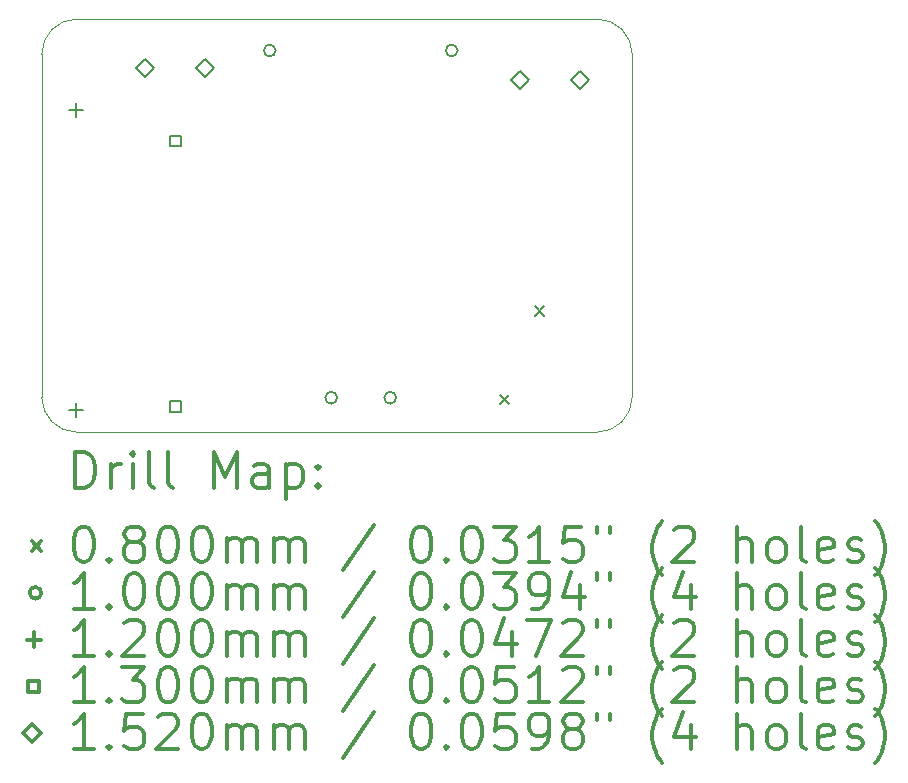
<source format=gbr>
%FSLAX45Y45*%
G04 Gerber Fmt 4.5, Leading zero omitted, Abs format (unit mm)*
G04 Created by KiCad (PCBNEW 5.1.12-84ad8e8a86~92~ubuntu20.04.1) date 2022-01-09 16:37:45*
%MOMM*%
%LPD*%
G01*
G04 APERTURE LIST*
%TA.AperFunction,Profile*%
%ADD10C,0.050000*%
%TD*%
%ADD11C,0.200000*%
%ADD12C,0.300000*%
G04 APERTURE END LIST*
D10*
X13348700Y-5453500D02*
G75*
G02*
X13648700Y-5753500I0J-300000D01*
G01*
X13648700Y-8653500D02*
G75*
G02*
X13348700Y-8953500I-300000J0D01*
G01*
X8648700Y-5753500D02*
G75*
G02*
X8948700Y-5453500I300000J0D01*
G01*
X8948700Y-8953500D02*
G75*
G02*
X8648700Y-8653500I0J300000D01*
G01*
X8948700Y-5453500D02*
X13348700Y-5453500D01*
X8648700Y-8653500D02*
X8648700Y-5753500D01*
X13648700Y-8653500D02*
X13648700Y-5753500D01*
X8948700Y-8953500D02*
X13348700Y-8953500D01*
D11*
X12525100Y-8634800D02*
X12605100Y-8714800D01*
X12605100Y-8634800D02*
X12525100Y-8714800D01*
X12825100Y-7884800D02*
X12905100Y-7964800D01*
X12905100Y-7884800D02*
X12825100Y-7964800D01*
X10629800Y-5721400D02*
G75*
G03*
X10629800Y-5721400I-50000J0D01*
G01*
X11149800Y-8661400D02*
G75*
G03*
X11149800Y-8661400I-50000J0D01*
G01*
X11649800Y-8661400D02*
G75*
G03*
X11649800Y-8661400I-50000J0D01*
G01*
X12169800Y-5721400D02*
G75*
G03*
X12169800Y-5721400I-50000J0D01*
G01*
X8940800Y-6163000D02*
X8940800Y-6283000D01*
X8880800Y-6223000D02*
X9000800Y-6223000D01*
X8940800Y-8703000D02*
X8940800Y-8823000D01*
X8880800Y-8763000D02*
X9000800Y-8763000D01*
X9824962Y-6533562D02*
X9824962Y-6441638D01*
X9733038Y-6441638D01*
X9733038Y-6533562D01*
X9824962Y-6533562D01*
X9824962Y-8783562D02*
X9824962Y-8691638D01*
X9733038Y-8691638D01*
X9733038Y-8783562D01*
X9824962Y-8783562D01*
X9525000Y-5943400D02*
X9601000Y-5867400D01*
X9525000Y-5791400D01*
X9449000Y-5867400D01*
X9525000Y-5943400D01*
X10033000Y-5943400D02*
X10109000Y-5867400D01*
X10033000Y-5791400D01*
X9957000Y-5867400D01*
X10033000Y-5943400D01*
X12700000Y-6045000D02*
X12776000Y-5969000D01*
X12700000Y-5893000D01*
X12624000Y-5969000D01*
X12700000Y-6045000D01*
X13208000Y-6045000D02*
X13284000Y-5969000D01*
X13208000Y-5893000D01*
X13132000Y-5969000D01*
X13208000Y-6045000D01*
D12*
X8932628Y-9421714D02*
X8932628Y-9121714D01*
X9004057Y-9121714D01*
X9046914Y-9136000D01*
X9075486Y-9164572D01*
X9089771Y-9193143D01*
X9104057Y-9250286D01*
X9104057Y-9293143D01*
X9089771Y-9350286D01*
X9075486Y-9378857D01*
X9046914Y-9407429D01*
X9004057Y-9421714D01*
X8932628Y-9421714D01*
X9232628Y-9421714D02*
X9232628Y-9221714D01*
X9232628Y-9278857D02*
X9246914Y-9250286D01*
X9261200Y-9236000D01*
X9289771Y-9221714D01*
X9318343Y-9221714D01*
X9418343Y-9421714D02*
X9418343Y-9221714D01*
X9418343Y-9121714D02*
X9404057Y-9136000D01*
X9418343Y-9150286D01*
X9432628Y-9136000D01*
X9418343Y-9121714D01*
X9418343Y-9150286D01*
X9604057Y-9421714D02*
X9575486Y-9407429D01*
X9561200Y-9378857D01*
X9561200Y-9121714D01*
X9761200Y-9421714D02*
X9732628Y-9407429D01*
X9718343Y-9378857D01*
X9718343Y-9121714D01*
X10104057Y-9421714D02*
X10104057Y-9121714D01*
X10204057Y-9336000D01*
X10304057Y-9121714D01*
X10304057Y-9421714D01*
X10575486Y-9421714D02*
X10575486Y-9264572D01*
X10561200Y-9236000D01*
X10532628Y-9221714D01*
X10475486Y-9221714D01*
X10446914Y-9236000D01*
X10575486Y-9407429D02*
X10546914Y-9421714D01*
X10475486Y-9421714D01*
X10446914Y-9407429D01*
X10432628Y-9378857D01*
X10432628Y-9350286D01*
X10446914Y-9321714D01*
X10475486Y-9307429D01*
X10546914Y-9307429D01*
X10575486Y-9293143D01*
X10718343Y-9221714D02*
X10718343Y-9521714D01*
X10718343Y-9236000D02*
X10746914Y-9221714D01*
X10804057Y-9221714D01*
X10832628Y-9236000D01*
X10846914Y-9250286D01*
X10861200Y-9278857D01*
X10861200Y-9364572D01*
X10846914Y-9393143D01*
X10832628Y-9407429D01*
X10804057Y-9421714D01*
X10746914Y-9421714D01*
X10718343Y-9407429D01*
X10989771Y-9393143D02*
X11004057Y-9407429D01*
X10989771Y-9421714D01*
X10975486Y-9407429D01*
X10989771Y-9393143D01*
X10989771Y-9421714D01*
X10989771Y-9236000D02*
X11004057Y-9250286D01*
X10989771Y-9264572D01*
X10975486Y-9250286D01*
X10989771Y-9236000D01*
X10989771Y-9264572D01*
X8566200Y-9876000D02*
X8646200Y-9956000D01*
X8646200Y-9876000D02*
X8566200Y-9956000D01*
X8989771Y-9751714D02*
X9018343Y-9751714D01*
X9046914Y-9766000D01*
X9061200Y-9780286D01*
X9075486Y-9808857D01*
X9089771Y-9866000D01*
X9089771Y-9937429D01*
X9075486Y-9994572D01*
X9061200Y-10023143D01*
X9046914Y-10037429D01*
X9018343Y-10051714D01*
X8989771Y-10051714D01*
X8961200Y-10037429D01*
X8946914Y-10023143D01*
X8932628Y-9994572D01*
X8918343Y-9937429D01*
X8918343Y-9866000D01*
X8932628Y-9808857D01*
X8946914Y-9780286D01*
X8961200Y-9766000D01*
X8989771Y-9751714D01*
X9218343Y-10023143D02*
X9232628Y-10037429D01*
X9218343Y-10051714D01*
X9204057Y-10037429D01*
X9218343Y-10023143D01*
X9218343Y-10051714D01*
X9404057Y-9880286D02*
X9375486Y-9866000D01*
X9361200Y-9851714D01*
X9346914Y-9823143D01*
X9346914Y-9808857D01*
X9361200Y-9780286D01*
X9375486Y-9766000D01*
X9404057Y-9751714D01*
X9461200Y-9751714D01*
X9489771Y-9766000D01*
X9504057Y-9780286D01*
X9518343Y-9808857D01*
X9518343Y-9823143D01*
X9504057Y-9851714D01*
X9489771Y-9866000D01*
X9461200Y-9880286D01*
X9404057Y-9880286D01*
X9375486Y-9894572D01*
X9361200Y-9908857D01*
X9346914Y-9937429D01*
X9346914Y-9994572D01*
X9361200Y-10023143D01*
X9375486Y-10037429D01*
X9404057Y-10051714D01*
X9461200Y-10051714D01*
X9489771Y-10037429D01*
X9504057Y-10023143D01*
X9518343Y-9994572D01*
X9518343Y-9937429D01*
X9504057Y-9908857D01*
X9489771Y-9894572D01*
X9461200Y-9880286D01*
X9704057Y-9751714D02*
X9732628Y-9751714D01*
X9761200Y-9766000D01*
X9775486Y-9780286D01*
X9789771Y-9808857D01*
X9804057Y-9866000D01*
X9804057Y-9937429D01*
X9789771Y-9994572D01*
X9775486Y-10023143D01*
X9761200Y-10037429D01*
X9732628Y-10051714D01*
X9704057Y-10051714D01*
X9675486Y-10037429D01*
X9661200Y-10023143D01*
X9646914Y-9994572D01*
X9632628Y-9937429D01*
X9632628Y-9866000D01*
X9646914Y-9808857D01*
X9661200Y-9780286D01*
X9675486Y-9766000D01*
X9704057Y-9751714D01*
X9989771Y-9751714D02*
X10018343Y-9751714D01*
X10046914Y-9766000D01*
X10061200Y-9780286D01*
X10075486Y-9808857D01*
X10089771Y-9866000D01*
X10089771Y-9937429D01*
X10075486Y-9994572D01*
X10061200Y-10023143D01*
X10046914Y-10037429D01*
X10018343Y-10051714D01*
X9989771Y-10051714D01*
X9961200Y-10037429D01*
X9946914Y-10023143D01*
X9932628Y-9994572D01*
X9918343Y-9937429D01*
X9918343Y-9866000D01*
X9932628Y-9808857D01*
X9946914Y-9780286D01*
X9961200Y-9766000D01*
X9989771Y-9751714D01*
X10218343Y-10051714D02*
X10218343Y-9851714D01*
X10218343Y-9880286D02*
X10232628Y-9866000D01*
X10261200Y-9851714D01*
X10304057Y-9851714D01*
X10332628Y-9866000D01*
X10346914Y-9894572D01*
X10346914Y-10051714D01*
X10346914Y-9894572D02*
X10361200Y-9866000D01*
X10389771Y-9851714D01*
X10432628Y-9851714D01*
X10461200Y-9866000D01*
X10475486Y-9894572D01*
X10475486Y-10051714D01*
X10618343Y-10051714D02*
X10618343Y-9851714D01*
X10618343Y-9880286D02*
X10632628Y-9866000D01*
X10661200Y-9851714D01*
X10704057Y-9851714D01*
X10732628Y-9866000D01*
X10746914Y-9894572D01*
X10746914Y-10051714D01*
X10746914Y-9894572D02*
X10761200Y-9866000D01*
X10789771Y-9851714D01*
X10832628Y-9851714D01*
X10861200Y-9866000D01*
X10875486Y-9894572D01*
X10875486Y-10051714D01*
X11461200Y-9737429D02*
X11204057Y-10123143D01*
X11846914Y-9751714D02*
X11875486Y-9751714D01*
X11904057Y-9766000D01*
X11918343Y-9780286D01*
X11932628Y-9808857D01*
X11946914Y-9866000D01*
X11946914Y-9937429D01*
X11932628Y-9994572D01*
X11918343Y-10023143D01*
X11904057Y-10037429D01*
X11875486Y-10051714D01*
X11846914Y-10051714D01*
X11818343Y-10037429D01*
X11804057Y-10023143D01*
X11789771Y-9994572D01*
X11775486Y-9937429D01*
X11775486Y-9866000D01*
X11789771Y-9808857D01*
X11804057Y-9780286D01*
X11818343Y-9766000D01*
X11846914Y-9751714D01*
X12075486Y-10023143D02*
X12089771Y-10037429D01*
X12075486Y-10051714D01*
X12061200Y-10037429D01*
X12075486Y-10023143D01*
X12075486Y-10051714D01*
X12275486Y-9751714D02*
X12304057Y-9751714D01*
X12332628Y-9766000D01*
X12346914Y-9780286D01*
X12361200Y-9808857D01*
X12375486Y-9866000D01*
X12375486Y-9937429D01*
X12361200Y-9994572D01*
X12346914Y-10023143D01*
X12332628Y-10037429D01*
X12304057Y-10051714D01*
X12275486Y-10051714D01*
X12246914Y-10037429D01*
X12232628Y-10023143D01*
X12218343Y-9994572D01*
X12204057Y-9937429D01*
X12204057Y-9866000D01*
X12218343Y-9808857D01*
X12232628Y-9780286D01*
X12246914Y-9766000D01*
X12275486Y-9751714D01*
X12475486Y-9751714D02*
X12661200Y-9751714D01*
X12561200Y-9866000D01*
X12604057Y-9866000D01*
X12632628Y-9880286D01*
X12646914Y-9894572D01*
X12661200Y-9923143D01*
X12661200Y-9994572D01*
X12646914Y-10023143D01*
X12632628Y-10037429D01*
X12604057Y-10051714D01*
X12518343Y-10051714D01*
X12489771Y-10037429D01*
X12475486Y-10023143D01*
X12946914Y-10051714D02*
X12775486Y-10051714D01*
X12861200Y-10051714D02*
X12861200Y-9751714D01*
X12832628Y-9794572D01*
X12804057Y-9823143D01*
X12775486Y-9837429D01*
X13218343Y-9751714D02*
X13075486Y-9751714D01*
X13061200Y-9894572D01*
X13075486Y-9880286D01*
X13104057Y-9866000D01*
X13175486Y-9866000D01*
X13204057Y-9880286D01*
X13218343Y-9894572D01*
X13232628Y-9923143D01*
X13232628Y-9994572D01*
X13218343Y-10023143D01*
X13204057Y-10037429D01*
X13175486Y-10051714D01*
X13104057Y-10051714D01*
X13075486Y-10037429D01*
X13061200Y-10023143D01*
X13346914Y-9751714D02*
X13346914Y-9808857D01*
X13461200Y-9751714D02*
X13461200Y-9808857D01*
X13904057Y-10166000D02*
X13889771Y-10151714D01*
X13861200Y-10108857D01*
X13846914Y-10080286D01*
X13832628Y-10037429D01*
X13818343Y-9966000D01*
X13818343Y-9908857D01*
X13832628Y-9837429D01*
X13846914Y-9794572D01*
X13861200Y-9766000D01*
X13889771Y-9723143D01*
X13904057Y-9708857D01*
X14004057Y-9780286D02*
X14018343Y-9766000D01*
X14046914Y-9751714D01*
X14118343Y-9751714D01*
X14146914Y-9766000D01*
X14161200Y-9780286D01*
X14175486Y-9808857D01*
X14175486Y-9837429D01*
X14161200Y-9880286D01*
X13989771Y-10051714D01*
X14175486Y-10051714D01*
X14532628Y-10051714D02*
X14532628Y-9751714D01*
X14661200Y-10051714D02*
X14661200Y-9894572D01*
X14646914Y-9866000D01*
X14618343Y-9851714D01*
X14575486Y-9851714D01*
X14546914Y-9866000D01*
X14532628Y-9880286D01*
X14846914Y-10051714D02*
X14818343Y-10037429D01*
X14804057Y-10023143D01*
X14789771Y-9994572D01*
X14789771Y-9908857D01*
X14804057Y-9880286D01*
X14818343Y-9866000D01*
X14846914Y-9851714D01*
X14889771Y-9851714D01*
X14918343Y-9866000D01*
X14932628Y-9880286D01*
X14946914Y-9908857D01*
X14946914Y-9994572D01*
X14932628Y-10023143D01*
X14918343Y-10037429D01*
X14889771Y-10051714D01*
X14846914Y-10051714D01*
X15118343Y-10051714D02*
X15089771Y-10037429D01*
X15075486Y-10008857D01*
X15075486Y-9751714D01*
X15346914Y-10037429D02*
X15318343Y-10051714D01*
X15261200Y-10051714D01*
X15232628Y-10037429D01*
X15218343Y-10008857D01*
X15218343Y-9894572D01*
X15232628Y-9866000D01*
X15261200Y-9851714D01*
X15318343Y-9851714D01*
X15346914Y-9866000D01*
X15361200Y-9894572D01*
X15361200Y-9923143D01*
X15218343Y-9951714D01*
X15475486Y-10037429D02*
X15504057Y-10051714D01*
X15561200Y-10051714D01*
X15589771Y-10037429D01*
X15604057Y-10008857D01*
X15604057Y-9994572D01*
X15589771Y-9966000D01*
X15561200Y-9951714D01*
X15518343Y-9951714D01*
X15489771Y-9937429D01*
X15475486Y-9908857D01*
X15475486Y-9894572D01*
X15489771Y-9866000D01*
X15518343Y-9851714D01*
X15561200Y-9851714D01*
X15589771Y-9866000D01*
X15704057Y-10166000D02*
X15718343Y-10151714D01*
X15746914Y-10108857D01*
X15761200Y-10080286D01*
X15775486Y-10037429D01*
X15789771Y-9966000D01*
X15789771Y-9908857D01*
X15775486Y-9837429D01*
X15761200Y-9794572D01*
X15746914Y-9766000D01*
X15718343Y-9723143D01*
X15704057Y-9708857D01*
X8646200Y-10312000D02*
G75*
G03*
X8646200Y-10312000I-50000J0D01*
G01*
X9089771Y-10447714D02*
X8918343Y-10447714D01*
X9004057Y-10447714D02*
X9004057Y-10147714D01*
X8975486Y-10190572D01*
X8946914Y-10219143D01*
X8918343Y-10233429D01*
X9218343Y-10419143D02*
X9232628Y-10433429D01*
X9218343Y-10447714D01*
X9204057Y-10433429D01*
X9218343Y-10419143D01*
X9218343Y-10447714D01*
X9418343Y-10147714D02*
X9446914Y-10147714D01*
X9475486Y-10162000D01*
X9489771Y-10176286D01*
X9504057Y-10204857D01*
X9518343Y-10262000D01*
X9518343Y-10333429D01*
X9504057Y-10390572D01*
X9489771Y-10419143D01*
X9475486Y-10433429D01*
X9446914Y-10447714D01*
X9418343Y-10447714D01*
X9389771Y-10433429D01*
X9375486Y-10419143D01*
X9361200Y-10390572D01*
X9346914Y-10333429D01*
X9346914Y-10262000D01*
X9361200Y-10204857D01*
X9375486Y-10176286D01*
X9389771Y-10162000D01*
X9418343Y-10147714D01*
X9704057Y-10147714D02*
X9732628Y-10147714D01*
X9761200Y-10162000D01*
X9775486Y-10176286D01*
X9789771Y-10204857D01*
X9804057Y-10262000D01*
X9804057Y-10333429D01*
X9789771Y-10390572D01*
X9775486Y-10419143D01*
X9761200Y-10433429D01*
X9732628Y-10447714D01*
X9704057Y-10447714D01*
X9675486Y-10433429D01*
X9661200Y-10419143D01*
X9646914Y-10390572D01*
X9632628Y-10333429D01*
X9632628Y-10262000D01*
X9646914Y-10204857D01*
X9661200Y-10176286D01*
X9675486Y-10162000D01*
X9704057Y-10147714D01*
X9989771Y-10147714D02*
X10018343Y-10147714D01*
X10046914Y-10162000D01*
X10061200Y-10176286D01*
X10075486Y-10204857D01*
X10089771Y-10262000D01*
X10089771Y-10333429D01*
X10075486Y-10390572D01*
X10061200Y-10419143D01*
X10046914Y-10433429D01*
X10018343Y-10447714D01*
X9989771Y-10447714D01*
X9961200Y-10433429D01*
X9946914Y-10419143D01*
X9932628Y-10390572D01*
X9918343Y-10333429D01*
X9918343Y-10262000D01*
X9932628Y-10204857D01*
X9946914Y-10176286D01*
X9961200Y-10162000D01*
X9989771Y-10147714D01*
X10218343Y-10447714D02*
X10218343Y-10247714D01*
X10218343Y-10276286D02*
X10232628Y-10262000D01*
X10261200Y-10247714D01*
X10304057Y-10247714D01*
X10332628Y-10262000D01*
X10346914Y-10290572D01*
X10346914Y-10447714D01*
X10346914Y-10290572D02*
X10361200Y-10262000D01*
X10389771Y-10247714D01*
X10432628Y-10247714D01*
X10461200Y-10262000D01*
X10475486Y-10290572D01*
X10475486Y-10447714D01*
X10618343Y-10447714D02*
X10618343Y-10247714D01*
X10618343Y-10276286D02*
X10632628Y-10262000D01*
X10661200Y-10247714D01*
X10704057Y-10247714D01*
X10732628Y-10262000D01*
X10746914Y-10290572D01*
X10746914Y-10447714D01*
X10746914Y-10290572D02*
X10761200Y-10262000D01*
X10789771Y-10247714D01*
X10832628Y-10247714D01*
X10861200Y-10262000D01*
X10875486Y-10290572D01*
X10875486Y-10447714D01*
X11461200Y-10133429D02*
X11204057Y-10519143D01*
X11846914Y-10147714D02*
X11875486Y-10147714D01*
X11904057Y-10162000D01*
X11918343Y-10176286D01*
X11932628Y-10204857D01*
X11946914Y-10262000D01*
X11946914Y-10333429D01*
X11932628Y-10390572D01*
X11918343Y-10419143D01*
X11904057Y-10433429D01*
X11875486Y-10447714D01*
X11846914Y-10447714D01*
X11818343Y-10433429D01*
X11804057Y-10419143D01*
X11789771Y-10390572D01*
X11775486Y-10333429D01*
X11775486Y-10262000D01*
X11789771Y-10204857D01*
X11804057Y-10176286D01*
X11818343Y-10162000D01*
X11846914Y-10147714D01*
X12075486Y-10419143D02*
X12089771Y-10433429D01*
X12075486Y-10447714D01*
X12061200Y-10433429D01*
X12075486Y-10419143D01*
X12075486Y-10447714D01*
X12275486Y-10147714D02*
X12304057Y-10147714D01*
X12332628Y-10162000D01*
X12346914Y-10176286D01*
X12361200Y-10204857D01*
X12375486Y-10262000D01*
X12375486Y-10333429D01*
X12361200Y-10390572D01*
X12346914Y-10419143D01*
X12332628Y-10433429D01*
X12304057Y-10447714D01*
X12275486Y-10447714D01*
X12246914Y-10433429D01*
X12232628Y-10419143D01*
X12218343Y-10390572D01*
X12204057Y-10333429D01*
X12204057Y-10262000D01*
X12218343Y-10204857D01*
X12232628Y-10176286D01*
X12246914Y-10162000D01*
X12275486Y-10147714D01*
X12475486Y-10147714D02*
X12661200Y-10147714D01*
X12561200Y-10262000D01*
X12604057Y-10262000D01*
X12632628Y-10276286D01*
X12646914Y-10290572D01*
X12661200Y-10319143D01*
X12661200Y-10390572D01*
X12646914Y-10419143D01*
X12632628Y-10433429D01*
X12604057Y-10447714D01*
X12518343Y-10447714D01*
X12489771Y-10433429D01*
X12475486Y-10419143D01*
X12804057Y-10447714D02*
X12861200Y-10447714D01*
X12889771Y-10433429D01*
X12904057Y-10419143D01*
X12932628Y-10376286D01*
X12946914Y-10319143D01*
X12946914Y-10204857D01*
X12932628Y-10176286D01*
X12918343Y-10162000D01*
X12889771Y-10147714D01*
X12832628Y-10147714D01*
X12804057Y-10162000D01*
X12789771Y-10176286D01*
X12775486Y-10204857D01*
X12775486Y-10276286D01*
X12789771Y-10304857D01*
X12804057Y-10319143D01*
X12832628Y-10333429D01*
X12889771Y-10333429D01*
X12918343Y-10319143D01*
X12932628Y-10304857D01*
X12946914Y-10276286D01*
X13204057Y-10247714D02*
X13204057Y-10447714D01*
X13132628Y-10133429D02*
X13061200Y-10347714D01*
X13246914Y-10347714D01*
X13346914Y-10147714D02*
X13346914Y-10204857D01*
X13461200Y-10147714D02*
X13461200Y-10204857D01*
X13904057Y-10562000D02*
X13889771Y-10547714D01*
X13861200Y-10504857D01*
X13846914Y-10476286D01*
X13832628Y-10433429D01*
X13818343Y-10362000D01*
X13818343Y-10304857D01*
X13832628Y-10233429D01*
X13846914Y-10190572D01*
X13861200Y-10162000D01*
X13889771Y-10119143D01*
X13904057Y-10104857D01*
X14146914Y-10247714D02*
X14146914Y-10447714D01*
X14075486Y-10133429D02*
X14004057Y-10347714D01*
X14189771Y-10347714D01*
X14532628Y-10447714D02*
X14532628Y-10147714D01*
X14661200Y-10447714D02*
X14661200Y-10290572D01*
X14646914Y-10262000D01*
X14618343Y-10247714D01*
X14575486Y-10247714D01*
X14546914Y-10262000D01*
X14532628Y-10276286D01*
X14846914Y-10447714D02*
X14818343Y-10433429D01*
X14804057Y-10419143D01*
X14789771Y-10390572D01*
X14789771Y-10304857D01*
X14804057Y-10276286D01*
X14818343Y-10262000D01*
X14846914Y-10247714D01*
X14889771Y-10247714D01*
X14918343Y-10262000D01*
X14932628Y-10276286D01*
X14946914Y-10304857D01*
X14946914Y-10390572D01*
X14932628Y-10419143D01*
X14918343Y-10433429D01*
X14889771Y-10447714D01*
X14846914Y-10447714D01*
X15118343Y-10447714D02*
X15089771Y-10433429D01*
X15075486Y-10404857D01*
X15075486Y-10147714D01*
X15346914Y-10433429D02*
X15318343Y-10447714D01*
X15261200Y-10447714D01*
X15232628Y-10433429D01*
X15218343Y-10404857D01*
X15218343Y-10290572D01*
X15232628Y-10262000D01*
X15261200Y-10247714D01*
X15318343Y-10247714D01*
X15346914Y-10262000D01*
X15361200Y-10290572D01*
X15361200Y-10319143D01*
X15218343Y-10347714D01*
X15475486Y-10433429D02*
X15504057Y-10447714D01*
X15561200Y-10447714D01*
X15589771Y-10433429D01*
X15604057Y-10404857D01*
X15604057Y-10390572D01*
X15589771Y-10362000D01*
X15561200Y-10347714D01*
X15518343Y-10347714D01*
X15489771Y-10333429D01*
X15475486Y-10304857D01*
X15475486Y-10290572D01*
X15489771Y-10262000D01*
X15518343Y-10247714D01*
X15561200Y-10247714D01*
X15589771Y-10262000D01*
X15704057Y-10562000D02*
X15718343Y-10547714D01*
X15746914Y-10504857D01*
X15761200Y-10476286D01*
X15775486Y-10433429D01*
X15789771Y-10362000D01*
X15789771Y-10304857D01*
X15775486Y-10233429D01*
X15761200Y-10190572D01*
X15746914Y-10162000D01*
X15718343Y-10119143D01*
X15704057Y-10104857D01*
X8586200Y-10648000D02*
X8586200Y-10768000D01*
X8526200Y-10708000D02*
X8646200Y-10708000D01*
X9089771Y-10843714D02*
X8918343Y-10843714D01*
X9004057Y-10843714D02*
X9004057Y-10543714D01*
X8975486Y-10586572D01*
X8946914Y-10615143D01*
X8918343Y-10629429D01*
X9218343Y-10815143D02*
X9232628Y-10829429D01*
X9218343Y-10843714D01*
X9204057Y-10829429D01*
X9218343Y-10815143D01*
X9218343Y-10843714D01*
X9346914Y-10572286D02*
X9361200Y-10558000D01*
X9389771Y-10543714D01*
X9461200Y-10543714D01*
X9489771Y-10558000D01*
X9504057Y-10572286D01*
X9518343Y-10600857D01*
X9518343Y-10629429D01*
X9504057Y-10672286D01*
X9332628Y-10843714D01*
X9518343Y-10843714D01*
X9704057Y-10543714D02*
X9732628Y-10543714D01*
X9761200Y-10558000D01*
X9775486Y-10572286D01*
X9789771Y-10600857D01*
X9804057Y-10658000D01*
X9804057Y-10729429D01*
X9789771Y-10786572D01*
X9775486Y-10815143D01*
X9761200Y-10829429D01*
X9732628Y-10843714D01*
X9704057Y-10843714D01*
X9675486Y-10829429D01*
X9661200Y-10815143D01*
X9646914Y-10786572D01*
X9632628Y-10729429D01*
X9632628Y-10658000D01*
X9646914Y-10600857D01*
X9661200Y-10572286D01*
X9675486Y-10558000D01*
X9704057Y-10543714D01*
X9989771Y-10543714D02*
X10018343Y-10543714D01*
X10046914Y-10558000D01*
X10061200Y-10572286D01*
X10075486Y-10600857D01*
X10089771Y-10658000D01*
X10089771Y-10729429D01*
X10075486Y-10786572D01*
X10061200Y-10815143D01*
X10046914Y-10829429D01*
X10018343Y-10843714D01*
X9989771Y-10843714D01*
X9961200Y-10829429D01*
X9946914Y-10815143D01*
X9932628Y-10786572D01*
X9918343Y-10729429D01*
X9918343Y-10658000D01*
X9932628Y-10600857D01*
X9946914Y-10572286D01*
X9961200Y-10558000D01*
X9989771Y-10543714D01*
X10218343Y-10843714D02*
X10218343Y-10643714D01*
X10218343Y-10672286D02*
X10232628Y-10658000D01*
X10261200Y-10643714D01*
X10304057Y-10643714D01*
X10332628Y-10658000D01*
X10346914Y-10686572D01*
X10346914Y-10843714D01*
X10346914Y-10686572D02*
X10361200Y-10658000D01*
X10389771Y-10643714D01*
X10432628Y-10643714D01*
X10461200Y-10658000D01*
X10475486Y-10686572D01*
X10475486Y-10843714D01*
X10618343Y-10843714D02*
X10618343Y-10643714D01*
X10618343Y-10672286D02*
X10632628Y-10658000D01*
X10661200Y-10643714D01*
X10704057Y-10643714D01*
X10732628Y-10658000D01*
X10746914Y-10686572D01*
X10746914Y-10843714D01*
X10746914Y-10686572D02*
X10761200Y-10658000D01*
X10789771Y-10643714D01*
X10832628Y-10643714D01*
X10861200Y-10658000D01*
X10875486Y-10686572D01*
X10875486Y-10843714D01*
X11461200Y-10529429D02*
X11204057Y-10915143D01*
X11846914Y-10543714D02*
X11875486Y-10543714D01*
X11904057Y-10558000D01*
X11918343Y-10572286D01*
X11932628Y-10600857D01*
X11946914Y-10658000D01*
X11946914Y-10729429D01*
X11932628Y-10786572D01*
X11918343Y-10815143D01*
X11904057Y-10829429D01*
X11875486Y-10843714D01*
X11846914Y-10843714D01*
X11818343Y-10829429D01*
X11804057Y-10815143D01*
X11789771Y-10786572D01*
X11775486Y-10729429D01*
X11775486Y-10658000D01*
X11789771Y-10600857D01*
X11804057Y-10572286D01*
X11818343Y-10558000D01*
X11846914Y-10543714D01*
X12075486Y-10815143D02*
X12089771Y-10829429D01*
X12075486Y-10843714D01*
X12061200Y-10829429D01*
X12075486Y-10815143D01*
X12075486Y-10843714D01*
X12275486Y-10543714D02*
X12304057Y-10543714D01*
X12332628Y-10558000D01*
X12346914Y-10572286D01*
X12361200Y-10600857D01*
X12375486Y-10658000D01*
X12375486Y-10729429D01*
X12361200Y-10786572D01*
X12346914Y-10815143D01*
X12332628Y-10829429D01*
X12304057Y-10843714D01*
X12275486Y-10843714D01*
X12246914Y-10829429D01*
X12232628Y-10815143D01*
X12218343Y-10786572D01*
X12204057Y-10729429D01*
X12204057Y-10658000D01*
X12218343Y-10600857D01*
X12232628Y-10572286D01*
X12246914Y-10558000D01*
X12275486Y-10543714D01*
X12632628Y-10643714D02*
X12632628Y-10843714D01*
X12561200Y-10529429D02*
X12489771Y-10743714D01*
X12675486Y-10743714D01*
X12761200Y-10543714D02*
X12961200Y-10543714D01*
X12832628Y-10843714D01*
X13061200Y-10572286D02*
X13075486Y-10558000D01*
X13104057Y-10543714D01*
X13175486Y-10543714D01*
X13204057Y-10558000D01*
X13218343Y-10572286D01*
X13232628Y-10600857D01*
X13232628Y-10629429D01*
X13218343Y-10672286D01*
X13046914Y-10843714D01*
X13232628Y-10843714D01*
X13346914Y-10543714D02*
X13346914Y-10600857D01*
X13461200Y-10543714D02*
X13461200Y-10600857D01*
X13904057Y-10958000D02*
X13889771Y-10943714D01*
X13861200Y-10900857D01*
X13846914Y-10872286D01*
X13832628Y-10829429D01*
X13818343Y-10758000D01*
X13818343Y-10700857D01*
X13832628Y-10629429D01*
X13846914Y-10586572D01*
X13861200Y-10558000D01*
X13889771Y-10515143D01*
X13904057Y-10500857D01*
X14004057Y-10572286D02*
X14018343Y-10558000D01*
X14046914Y-10543714D01*
X14118343Y-10543714D01*
X14146914Y-10558000D01*
X14161200Y-10572286D01*
X14175486Y-10600857D01*
X14175486Y-10629429D01*
X14161200Y-10672286D01*
X13989771Y-10843714D01*
X14175486Y-10843714D01*
X14532628Y-10843714D02*
X14532628Y-10543714D01*
X14661200Y-10843714D02*
X14661200Y-10686572D01*
X14646914Y-10658000D01*
X14618343Y-10643714D01*
X14575486Y-10643714D01*
X14546914Y-10658000D01*
X14532628Y-10672286D01*
X14846914Y-10843714D02*
X14818343Y-10829429D01*
X14804057Y-10815143D01*
X14789771Y-10786572D01*
X14789771Y-10700857D01*
X14804057Y-10672286D01*
X14818343Y-10658000D01*
X14846914Y-10643714D01*
X14889771Y-10643714D01*
X14918343Y-10658000D01*
X14932628Y-10672286D01*
X14946914Y-10700857D01*
X14946914Y-10786572D01*
X14932628Y-10815143D01*
X14918343Y-10829429D01*
X14889771Y-10843714D01*
X14846914Y-10843714D01*
X15118343Y-10843714D02*
X15089771Y-10829429D01*
X15075486Y-10800857D01*
X15075486Y-10543714D01*
X15346914Y-10829429D02*
X15318343Y-10843714D01*
X15261200Y-10843714D01*
X15232628Y-10829429D01*
X15218343Y-10800857D01*
X15218343Y-10686572D01*
X15232628Y-10658000D01*
X15261200Y-10643714D01*
X15318343Y-10643714D01*
X15346914Y-10658000D01*
X15361200Y-10686572D01*
X15361200Y-10715143D01*
X15218343Y-10743714D01*
X15475486Y-10829429D02*
X15504057Y-10843714D01*
X15561200Y-10843714D01*
X15589771Y-10829429D01*
X15604057Y-10800857D01*
X15604057Y-10786572D01*
X15589771Y-10758000D01*
X15561200Y-10743714D01*
X15518343Y-10743714D01*
X15489771Y-10729429D01*
X15475486Y-10700857D01*
X15475486Y-10686572D01*
X15489771Y-10658000D01*
X15518343Y-10643714D01*
X15561200Y-10643714D01*
X15589771Y-10658000D01*
X15704057Y-10958000D02*
X15718343Y-10943714D01*
X15746914Y-10900857D01*
X15761200Y-10872286D01*
X15775486Y-10829429D01*
X15789771Y-10758000D01*
X15789771Y-10700857D01*
X15775486Y-10629429D01*
X15761200Y-10586572D01*
X15746914Y-10558000D01*
X15718343Y-10515143D01*
X15704057Y-10500857D01*
X8627162Y-11149963D02*
X8627162Y-11058038D01*
X8535238Y-11058038D01*
X8535238Y-11149963D01*
X8627162Y-11149963D01*
X9089771Y-11239714D02*
X8918343Y-11239714D01*
X9004057Y-11239714D02*
X9004057Y-10939714D01*
X8975486Y-10982572D01*
X8946914Y-11011143D01*
X8918343Y-11025429D01*
X9218343Y-11211143D02*
X9232628Y-11225429D01*
X9218343Y-11239714D01*
X9204057Y-11225429D01*
X9218343Y-11211143D01*
X9218343Y-11239714D01*
X9332628Y-10939714D02*
X9518343Y-10939714D01*
X9418343Y-11054000D01*
X9461200Y-11054000D01*
X9489771Y-11068286D01*
X9504057Y-11082572D01*
X9518343Y-11111143D01*
X9518343Y-11182572D01*
X9504057Y-11211143D01*
X9489771Y-11225429D01*
X9461200Y-11239714D01*
X9375486Y-11239714D01*
X9346914Y-11225429D01*
X9332628Y-11211143D01*
X9704057Y-10939714D02*
X9732628Y-10939714D01*
X9761200Y-10954000D01*
X9775486Y-10968286D01*
X9789771Y-10996857D01*
X9804057Y-11054000D01*
X9804057Y-11125429D01*
X9789771Y-11182572D01*
X9775486Y-11211143D01*
X9761200Y-11225429D01*
X9732628Y-11239714D01*
X9704057Y-11239714D01*
X9675486Y-11225429D01*
X9661200Y-11211143D01*
X9646914Y-11182572D01*
X9632628Y-11125429D01*
X9632628Y-11054000D01*
X9646914Y-10996857D01*
X9661200Y-10968286D01*
X9675486Y-10954000D01*
X9704057Y-10939714D01*
X9989771Y-10939714D02*
X10018343Y-10939714D01*
X10046914Y-10954000D01*
X10061200Y-10968286D01*
X10075486Y-10996857D01*
X10089771Y-11054000D01*
X10089771Y-11125429D01*
X10075486Y-11182572D01*
X10061200Y-11211143D01*
X10046914Y-11225429D01*
X10018343Y-11239714D01*
X9989771Y-11239714D01*
X9961200Y-11225429D01*
X9946914Y-11211143D01*
X9932628Y-11182572D01*
X9918343Y-11125429D01*
X9918343Y-11054000D01*
X9932628Y-10996857D01*
X9946914Y-10968286D01*
X9961200Y-10954000D01*
X9989771Y-10939714D01*
X10218343Y-11239714D02*
X10218343Y-11039714D01*
X10218343Y-11068286D02*
X10232628Y-11054000D01*
X10261200Y-11039714D01*
X10304057Y-11039714D01*
X10332628Y-11054000D01*
X10346914Y-11082572D01*
X10346914Y-11239714D01*
X10346914Y-11082572D02*
X10361200Y-11054000D01*
X10389771Y-11039714D01*
X10432628Y-11039714D01*
X10461200Y-11054000D01*
X10475486Y-11082572D01*
X10475486Y-11239714D01*
X10618343Y-11239714D02*
X10618343Y-11039714D01*
X10618343Y-11068286D02*
X10632628Y-11054000D01*
X10661200Y-11039714D01*
X10704057Y-11039714D01*
X10732628Y-11054000D01*
X10746914Y-11082572D01*
X10746914Y-11239714D01*
X10746914Y-11082572D02*
X10761200Y-11054000D01*
X10789771Y-11039714D01*
X10832628Y-11039714D01*
X10861200Y-11054000D01*
X10875486Y-11082572D01*
X10875486Y-11239714D01*
X11461200Y-10925429D02*
X11204057Y-11311143D01*
X11846914Y-10939714D02*
X11875486Y-10939714D01*
X11904057Y-10954000D01*
X11918343Y-10968286D01*
X11932628Y-10996857D01*
X11946914Y-11054000D01*
X11946914Y-11125429D01*
X11932628Y-11182572D01*
X11918343Y-11211143D01*
X11904057Y-11225429D01*
X11875486Y-11239714D01*
X11846914Y-11239714D01*
X11818343Y-11225429D01*
X11804057Y-11211143D01*
X11789771Y-11182572D01*
X11775486Y-11125429D01*
X11775486Y-11054000D01*
X11789771Y-10996857D01*
X11804057Y-10968286D01*
X11818343Y-10954000D01*
X11846914Y-10939714D01*
X12075486Y-11211143D02*
X12089771Y-11225429D01*
X12075486Y-11239714D01*
X12061200Y-11225429D01*
X12075486Y-11211143D01*
X12075486Y-11239714D01*
X12275486Y-10939714D02*
X12304057Y-10939714D01*
X12332628Y-10954000D01*
X12346914Y-10968286D01*
X12361200Y-10996857D01*
X12375486Y-11054000D01*
X12375486Y-11125429D01*
X12361200Y-11182572D01*
X12346914Y-11211143D01*
X12332628Y-11225429D01*
X12304057Y-11239714D01*
X12275486Y-11239714D01*
X12246914Y-11225429D01*
X12232628Y-11211143D01*
X12218343Y-11182572D01*
X12204057Y-11125429D01*
X12204057Y-11054000D01*
X12218343Y-10996857D01*
X12232628Y-10968286D01*
X12246914Y-10954000D01*
X12275486Y-10939714D01*
X12646914Y-10939714D02*
X12504057Y-10939714D01*
X12489771Y-11082572D01*
X12504057Y-11068286D01*
X12532628Y-11054000D01*
X12604057Y-11054000D01*
X12632628Y-11068286D01*
X12646914Y-11082572D01*
X12661200Y-11111143D01*
X12661200Y-11182572D01*
X12646914Y-11211143D01*
X12632628Y-11225429D01*
X12604057Y-11239714D01*
X12532628Y-11239714D01*
X12504057Y-11225429D01*
X12489771Y-11211143D01*
X12946914Y-11239714D02*
X12775486Y-11239714D01*
X12861200Y-11239714D02*
X12861200Y-10939714D01*
X12832628Y-10982572D01*
X12804057Y-11011143D01*
X12775486Y-11025429D01*
X13061200Y-10968286D02*
X13075486Y-10954000D01*
X13104057Y-10939714D01*
X13175486Y-10939714D01*
X13204057Y-10954000D01*
X13218343Y-10968286D01*
X13232628Y-10996857D01*
X13232628Y-11025429D01*
X13218343Y-11068286D01*
X13046914Y-11239714D01*
X13232628Y-11239714D01*
X13346914Y-10939714D02*
X13346914Y-10996857D01*
X13461200Y-10939714D02*
X13461200Y-10996857D01*
X13904057Y-11354000D02*
X13889771Y-11339714D01*
X13861200Y-11296857D01*
X13846914Y-11268286D01*
X13832628Y-11225429D01*
X13818343Y-11154000D01*
X13818343Y-11096857D01*
X13832628Y-11025429D01*
X13846914Y-10982572D01*
X13861200Y-10954000D01*
X13889771Y-10911143D01*
X13904057Y-10896857D01*
X14004057Y-10968286D02*
X14018343Y-10954000D01*
X14046914Y-10939714D01*
X14118343Y-10939714D01*
X14146914Y-10954000D01*
X14161200Y-10968286D01*
X14175486Y-10996857D01*
X14175486Y-11025429D01*
X14161200Y-11068286D01*
X13989771Y-11239714D01*
X14175486Y-11239714D01*
X14532628Y-11239714D02*
X14532628Y-10939714D01*
X14661200Y-11239714D02*
X14661200Y-11082572D01*
X14646914Y-11054000D01*
X14618343Y-11039714D01*
X14575486Y-11039714D01*
X14546914Y-11054000D01*
X14532628Y-11068286D01*
X14846914Y-11239714D02*
X14818343Y-11225429D01*
X14804057Y-11211143D01*
X14789771Y-11182572D01*
X14789771Y-11096857D01*
X14804057Y-11068286D01*
X14818343Y-11054000D01*
X14846914Y-11039714D01*
X14889771Y-11039714D01*
X14918343Y-11054000D01*
X14932628Y-11068286D01*
X14946914Y-11096857D01*
X14946914Y-11182572D01*
X14932628Y-11211143D01*
X14918343Y-11225429D01*
X14889771Y-11239714D01*
X14846914Y-11239714D01*
X15118343Y-11239714D02*
X15089771Y-11225429D01*
X15075486Y-11196857D01*
X15075486Y-10939714D01*
X15346914Y-11225429D02*
X15318343Y-11239714D01*
X15261200Y-11239714D01*
X15232628Y-11225429D01*
X15218343Y-11196857D01*
X15218343Y-11082572D01*
X15232628Y-11054000D01*
X15261200Y-11039714D01*
X15318343Y-11039714D01*
X15346914Y-11054000D01*
X15361200Y-11082572D01*
X15361200Y-11111143D01*
X15218343Y-11139714D01*
X15475486Y-11225429D02*
X15504057Y-11239714D01*
X15561200Y-11239714D01*
X15589771Y-11225429D01*
X15604057Y-11196857D01*
X15604057Y-11182572D01*
X15589771Y-11154000D01*
X15561200Y-11139714D01*
X15518343Y-11139714D01*
X15489771Y-11125429D01*
X15475486Y-11096857D01*
X15475486Y-11082572D01*
X15489771Y-11054000D01*
X15518343Y-11039714D01*
X15561200Y-11039714D01*
X15589771Y-11054000D01*
X15704057Y-11354000D02*
X15718343Y-11339714D01*
X15746914Y-11296857D01*
X15761200Y-11268286D01*
X15775486Y-11225429D01*
X15789771Y-11154000D01*
X15789771Y-11096857D01*
X15775486Y-11025429D01*
X15761200Y-10982572D01*
X15746914Y-10954000D01*
X15718343Y-10911143D01*
X15704057Y-10896857D01*
X8570200Y-11576000D02*
X8646200Y-11500000D01*
X8570200Y-11424000D01*
X8494200Y-11500000D01*
X8570200Y-11576000D01*
X9089771Y-11635714D02*
X8918343Y-11635714D01*
X9004057Y-11635714D02*
X9004057Y-11335714D01*
X8975486Y-11378571D01*
X8946914Y-11407143D01*
X8918343Y-11421429D01*
X9218343Y-11607143D02*
X9232628Y-11621429D01*
X9218343Y-11635714D01*
X9204057Y-11621429D01*
X9218343Y-11607143D01*
X9218343Y-11635714D01*
X9504057Y-11335714D02*
X9361200Y-11335714D01*
X9346914Y-11478571D01*
X9361200Y-11464286D01*
X9389771Y-11450000D01*
X9461200Y-11450000D01*
X9489771Y-11464286D01*
X9504057Y-11478571D01*
X9518343Y-11507143D01*
X9518343Y-11578571D01*
X9504057Y-11607143D01*
X9489771Y-11621429D01*
X9461200Y-11635714D01*
X9389771Y-11635714D01*
X9361200Y-11621429D01*
X9346914Y-11607143D01*
X9632628Y-11364286D02*
X9646914Y-11350000D01*
X9675486Y-11335714D01*
X9746914Y-11335714D01*
X9775486Y-11350000D01*
X9789771Y-11364286D01*
X9804057Y-11392857D01*
X9804057Y-11421429D01*
X9789771Y-11464286D01*
X9618343Y-11635714D01*
X9804057Y-11635714D01*
X9989771Y-11335714D02*
X10018343Y-11335714D01*
X10046914Y-11350000D01*
X10061200Y-11364286D01*
X10075486Y-11392857D01*
X10089771Y-11450000D01*
X10089771Y-11521429D01*
X10075486Y-11578571D01*
X10061200Y-11607143D01*
X10046914Y-11621429D01*
X10018343Y-11635714D01*
X9989771Y-11635714D01*
X9961200Y-11621429D01*
X9946914Y-11607143D01*
X9932628Y-11578571D01*
X9918343Y-11521429D01*
X9918343Y-11450000D01*
X9932628Y-11392857D01*
X9946914Y-11364286D01*
X9961200Y-11350000D01*
X9989771Y-11335714D01*
X10218343Y-11635714D02*
X10218343Y-11435714D01*
X10218343Y-11464286D02*
X10232628Y-11450000D01*
X10261200Y-11435714D01*
X10304057Y-11435714D01*
X10332628Y-11450000D01*
X10346914Y-11478571D01*
X10346914Y-11635714D01*
X10346914Y-11478571D02*
X10361200Y-11450000D01*
X10389771Y-11435714D01*
X10432628Y-11435714D01*
X10461200Y-11450000D01*
X10475486Y-11478571D01*
X10475486Y-11635714D01*
X10618343Y-11635714D02*
X10618343Y-11435714D01*
X10618343Y-11464286D02*
X10632628Y-11450000D01*
X10661200Y-11435714D01*
X10704057Y-11435714D01*
X10732628Y-11450000D01*
X10746914Y-11478571D01*
X10746914Y-11635714D01*
X10746914Y-11478571D02*
X10761200Y-11450000D01*
X10789771Y-11435714D01*
X10832628Y-11435714D01*
X10861200Y-11450000D01*
X10875486Y-11478571D01*
X10875486Y-11635714D01*
X11461200Y-11321429D02*
X11204057Y-11707143D01*
X11846914Y-11335714D02*
X11875486Y-11335714D01*
X11904057Y-11350000D01*
X11918343Y-11364286D01*
X11932628Y-11392857D01*
X11946914Y-11450000D01*
X11946914Y-11521429D01*
X11932628Y-11578571D01*
X11918343Y-11607143D01*
X11904057Y-11621429D01*
X11875486Y-11635714D01*
X11846914Y-11635714D01*
X11818343Y-11621429D01*
X11804057Y-11607143D01*
X11789771Y-11578571D01*
X11775486Y-11521429D01*
X11775486Y-11450000D01*
X11789771Y-11392857D01*
X11804057Y-11364286D01*
X11818343Y-11350000D01*
X11846914Y-11335714D01*
X12075486Y-11607143D02*
X12089771Y-11621429D01*
X12075486Y-11635714D01*
X12061200Y-11621429D01*
X12075486Y-11607143D01*
X12075486Y-11635714D01*
X12275486Y-11335714D02*
X12304057Y-11335714D01*
X12332628Y-11350000D01*
X12346914Y-11364286D01*
X12361200Y-11392857D01*
X12375486Y-11450000D01*
X12375486Y-11521429D01*
X12361200Y-11578571D01*
X12346914Y-11607143D01*
X12332628Y-11621429D01*
X12304057Y-11635714D01*
X12275486Y-11635714D01*
X12246914Y-11621429D01*
X12232628Y-11607143D01*
X12218343Y-11578571D01*
X12204057Y-11521429D01*
X12204057Y-11450000D01*
X12218343Y-11392857D01*
X12232628Y-11364286D01*
X12246914Y-11350000D01*
X12275486Y-11335714D01*
X12646914Y-11335714D02*
X12504057Y-11335714D01*
X12489771Y-11478571D01*
X12504057Y-11464286D01*
X12532628Y-11450000D01*
X12604057Y-11450000D01*
X12632628Y-11464286D01*
X12646914Y-11478571D01*
X12661200Y-11507143D01*
X12661200Y-11578571D01*
X12646914Y-11607143D01*
X12632628Y-11621429D01*
X12604057Y-11635714D01*
X12532628Y-11635714D01*
X12504057Y-11621429D01*
X12489771Y-11607143D01*
X12804057Y-11635714D02*
X12861200Y-11635714D01*
X12889771Y-11621429D01*
X12904057Y-11607143D01*
X12932628Y-11564286D01*
X12946914Y-11507143D01*
X12946914Y-11392857D01*
X12932628Y-11364286D01*
X12918343Y-11350000D01*
X12889771Y-11335714D01*
X12832628Y-11335714D01*
X12804057Y-11350000D01*
X12789771Y-11364286D01*
X12775486Y-11392857D01*
X12775486Y-11464286D01*
X12789771Y-11492857D01*
X12804057Y-11507143D01*
X12832628Y-11521429D01*
X12889771Y-11521429D01*
X12918343Y-11507143D01*
X12932628Y-11492857D01*
X12946914Y-11464286D01*
X13118343Y-11464286D02*
X13089771Y-11450000D01*
X13075486Y-11435714D01*
X13061200Y-11407143D01*
X13061200Y-11392857D01*
X13075486Y-11364286D01*
X13089771Y-11350000D01*
X13118343Y-11335714D01*
X13175486Y-11335714D01*
X13204057Y-11350000D01*
X13218343Y-11364286D01*
X13232628Y-11392857D01*
X13232628Y-11407143D01*
X13218343Y-11435714D01*
X13204057Y-11450000D01*
X13175486Y-11464286D01*
X13118343Y-11464286D01*
X13089771Y-11478571D01*
X13075486Y-11492857D01*
X13061200Y-11521429D01*
X13061200Y-11578571D01*
X13075486Y-11607143D01*
X13089771Y-11621429D01*
X13118343Y-11635714D01*
X13175486Y-11635714D01*
X13204057Y-11621429D01*
X13218343Y-11607143D01*
X13232628Y-11578571D01*
X13232628Y-11521429D01*
X13218343Y-11492857D01*
X13204057Y-11478571D01*
X13175486Y-11464286D01*
X13346914Y-11335714D02*
X13346914Y-11392857D01*
X13461200Y-11335714D02*
X13461200Y-11392857D01*
X13904057Y-11750000D02*
X13889771Y-11735714D01*
X13861200Y-11692857D01*
X13846914Y-11664286D01*
X13832628Y-11621429D01*
X13818343Y-11550000D01*
X13818343Y-11492857D01*
X13832628Y-11421429D01*
X13846914Y-11378571D01*
X13861200Y-11350000D01*
X13889771Y-11307143D01*
X13904057Y-11292857D01*
X14146914Y-11435714D02*
X14146914Y-11635714D01*
X14075486Y-11321429D02*
X14004057Y-11535714D01*
X14189771Y-11535714D01*
X14532628Y-11635714D02*
X14532628Y-11335714D01*
X14661200Y-11635714D02*
X14661200Y-11478571D01*
X14646914Y-11450000D01*
X14618343Y-11435714D01*
X14575486Y-11435714D01*
X14546914Y-11450000D01*
X14532628Y-11464286D01*
X14846914Y-11635714D02*
X14818343Y-11621429D01*
X14804057Y-11607143D01*
X14789771Y-11578571D01*
X14789771Y-11492857D01*
X14804057Y-11464286D01*
X14818343Y-11450000D01*
X14846914Y-11435714D01*
X14889771Y-11435714D01*
X14918343Y-11450000D01*
X14932628Y-11464286D01*
X14946914Y-11492857D01*
X14946914Y-11578571D01*
X14932628Y-11607143D01*
X14918343Y-11621429D01*
X14889771Y-11635714D01*
X14846914Y-11635714D01*
X15118343Y-11635714D02*
X15089771Y-11621429D01*
X15075486Y-11592857D01*
X15075486Y-11335714D01*
X15346914Y-11621429D02*
X15318343Y-11635714D01*
X15261200Y-11635714D01*
X15232628Y-11621429D01*
X15218343Y-11592857D01*
X15218343Y-11478571D01*
X15232628Y-11450000D01*
X15261200Y-11435714D01*
X15318343Y-11435714D01*
X15346914Y-11450000D01*
X15361200Y-11478571D01*
X15361200Y-11507143D01*
X15218343Y-11535714D01*
X15475486Y-11621429D02*
X15504057Y-11635714D01*
X15561200Y-11635714D01*
X15589771Y-11621429D01*
X15604057Y-11592857D01*
X15604057Y-11578571D01*
X15589771Y-11550000D01*
X15561200Y-11535714D01*
X15518343Y-11535714D01*
X15489771Y-11521429D01*
X15475486Y-11492857D01*
X15475486Y-11478571D01*
X15489771Y-11450000D01*
X15518343Y-11435714D01*
X15561200Y-11435714D01*
X15589771Y-11450000D01*
X15704057Y-11750000D02*
X15718343Y-11735714D01*
X15746914Y-11692857D01*
X15761200Y-11664286D01*
X15775486Y-11621429D01*
X15789771Y-11550000D01*
X15789771Y-11492857D01*
X15775486Y-11421429D01*
X15761200Y-11378571D01*
X15746914Y-11350000D01*
X15718343Y-11307143D01*
X15704057Y-11292857D01*
M02*

</source>
